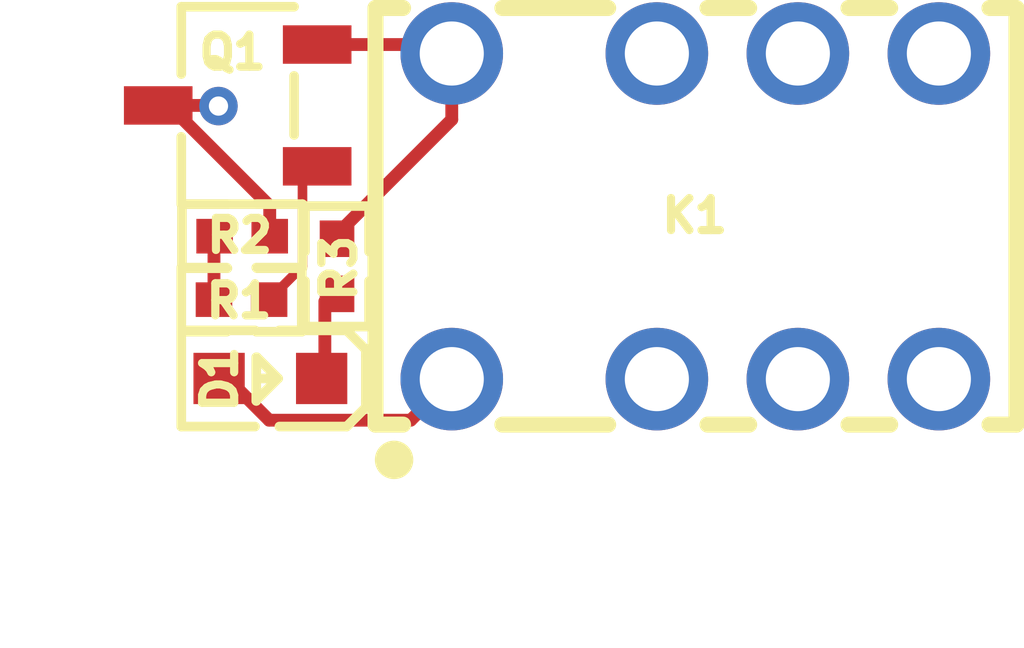
<source format=kicad_pcb>
(kicad_pcb (version 20241229) (generator "pcbnew") (generator_version "9.0")
  (layers (0 "F.Cu" signal) (2 "B.Cu" signal) (13 "F.Paste" user) (15 "B.Paste" user) (5 "F.SilkS" user "F.Silkscreen") (7 "B.SilkS" user "B.Silkscreen") (1 "F.Mask" user) (3 "B.Mask" user) (25 "Edge.Cuts" user))
  (net 0 "")
  (net 1 "line")
  (net 2 "gate")
  (net 3 "hv")
  (net 4 "gnd")
  (net 5 "cathode")
  (net 6 "relay.footprint.pins[1].net-net")
  (net 7 "gnd-1")
  (net 8 "gnd-2")
  (net 9 "hv-1")
  (net 10 "gnd-3")
  (net 11 "relay.footprint.pins[6].net-net")
  (net 12 "hv-2")
  (footprint "atopile:LED0603-RD-c81ffb" (layer "F.Cu") (at 147.15 96.41 180)
    (property "Reference" "D1" (at 0.79 -0.01 90) (layer "F.SilkS") (hide no) (effects (font (size 0.5 0.5))))
    (property "Value" "")
    (fp_line (start 1.39 -0.75) (end 1.39 0.73) (stroke (width 0.15)) (layer "F.SilkS"))
    (fp_line (start 0.24 0.75) (end 1.39 0.75) (stroke (width 0.15)) (layer "F.SilkS"))
    (fp_line (start 0.24 -0.75) (end 1.39 -0.75) (stroke (width 0.15)) (layer "F.SilkS"))
    (fp_line (start 0.22 0.33) (end 0.21 0.33) (stroke (width 0.15)) (layer "F.SilkS"))
    (fp_line (start 0.22 0) (end -0.12 0) (stroke (width 0.15)) (layer "F.SilkS"))
    (fp_line (start 0.22 -0.34) (end -0.12 0) (stroke (width 0.15)) (layer "F.SilkS"))
    (fp_line (start 0.22 -0.35) (end 0.22 0.33) (stroke (width 0.15)) (layer "F.SilkS"))
    (fp_line (start 0.22 -0.35) (end 0.22 -0.34) (stroke (width 0.15)) (layer "F.SilkS"))
    (fp_line (start 0.21 0.33) (end -0.12 0) (stroke (width 0.15)) (layer "F.SilkS"))
    (fp_line (start -0.14 0.75) (end -1.19 0.75) (stroke (width 0.15)) (layer "F.SilkS"))
    (fp_line (start -0.14 -0.75) (end -1.19 -0.75) (stroke (width 0.15)) (layer "F.SilkS"))
    (fp_line (start -1.49 0.45) (end -1.19 0.75) (stroke (width 0.15)) (layer "F.SilkS"))
    (fp_line (start -1.49 0.35) (end -1.49 0.45) (stroke (width 0.15)) (layer "F.SilkS"))
    (fp_line (start -1.49 -0.35) (end -1.49 0.35) (stroke (width 0.15)) (layer "F.SilkS"))
    (fp_line (start -1.49 -0.35) (end -1.49 -0.45) (stroke (width 0.15)) (layer "F.SilkS"))
    (fp_line (start -1.49 -0.45) (end -1.19 -0.75) (stroke (width 0.15)) (layer "F.SilkS"))
    (fp_text user "${REFERENCE}" (at 0.79 -0.01 90) (layer "F.SilkS") (effects (font (size 0.5 0.5))))
    (pad "1" smd rect (at -0.8 0 270) (size 0.8 0.8) (layers "F.Cu" "F.Mask" "F.Paste") (net 5 "cathode"))
    (pad "2" smd rect (at 0.8 0 270) (size 0.8 0.8) (layers "F.Cu" "F.Mask" "F.Paste") (net 9 "hv-1"))
  )
  (footprint "atopile:SOT-23-3_L2.9-W1.6-P1.90-LS2.8-BR-186170" (layer "F.Cu") (at 146.64 92.15 0)
    (property "Reference" "Q1" (at -0.08 -0.83 0) (layer "F.SilkS") (hide no) (effects (font (size 0.5 0.5))))
    (property "Value" "")
    (fp_line (start -0.88 -1.54) (end -0.88 -0.49) (stroke (width 0.15)) (layer "F.SilkS"))
    (fp_line (start -0.88 1.54) (end -0.88 0.49) (stroke (width 0.15)) (layer "F.SilkS"))
    (fp_line (start 0.88 -1.54) (end -0.88 -1.54) (stroke (width 0.15)) (layer "F.SilkS"))
    (fp_line (start 0.88 -0.46) (end 0.88 0.46) (stroke (width 0.15)) (layer "F.SilkS"))
    (fp_line (start 0.88 1.54) (end -0.88 1.54) (stroke (width 0.15)) (layer "F.SilkS"))
    (fp_text user "${REFERENCE}" (at -0.08 -0.83 0) (layer "F.SilkS") (effects (font (size 0.5 0.5))))
    (pad "1" smd rect (at 1.24 0.95 0) (size 1.07 0.6) (layers "F.Cu" "F.Mask" "F.Paste") (net 2 "gate"))
    (pad "2" smd rect (at 1.24 -0.95 0) (size 1.07 0.6) (layers "F.Cu" "F.Mask" "F.Paste") (net 4 "gnd"))
    (pad "3" smd rect (at -1.24 0 0) (size 1.07 0.6) (layers "F.Cu" "F.Mask" "F.Paste") (net 8 "gnd-2"))
  )
  (footprint "atopile:RELAY-TH_HFDXXX-689a1e" (layer "F.Cu") (at 153.78 93.88 0)
    (property "Reference" "K1" (at -0.01 -0.01 0) (layer "F.SilkS") (hide no) (effects (font (size 0.5 0.5))))
    (property "Value" "")
    (fp_line (start -4.99 3.25) (end -4.99 -3.25) (stroke (width 0.25)) (layer "F.SilkS"))
    (fp_line (start -4.56 -3.25) (end -4.99 -3.25) (stroke (width 0.25)) (layer "F.SilkS"))
    (fp_line (start -4.56 3.25) (end -4.99 3.25) (stroke (width 0.25)) (layer "F.SilkS"))
    (fp_line (start -1.36 -3.25) (end -3.01 -3.25) (stroke (width 0.25)) (layer "F.SilkS"))
    (fp_line (start -1.36 3.25) (end -3.01 3.25) (stroke (width 0.25)) (layer "F.SilkS"))
    (fp_line (start 0.84 -3.25) (end 0.19 -3.25) (stroke (width 0.25)) (layer "F.SilkS"))
    (fp_line (start 0.84 3.25) (end 0.19 3.25) (stroke (width 0.25)) (layer "F.SilkS"))
    (fp_line (start 3.04 -3.25) (end 2.39 -3.25) (stroke (width 0.25)) (layer "F.SilkS"))
    (fp_line (start 3.04 3.25) (end 2.39 3.25) (stroke (width 0.25)) (layer "F.SilkS"))
    (fp_line (start 5.01 -3.25) (end 4.59 -3.25) (stroke (width 0.25)) (layer "F.SilkS"))
    (fp_line (start 5.01 -3.25) (end 5.01 3.25) (stroke (width 0.25)) (layer "F.SilkS"))
    (fp_line (start 5.01 3.25) (end 4.59 3.25) (stroke (width 0.25)) (layer "F.SilkS"))
    (fp_circle (center -4.7 3.8) (end -4.55 3.8) (stroke (width 0.3)) (fill no) (layer "F.SilkS"))
    (fp_text user "${REFERENCE}" (at -0.01 -0.01 0) (layer "F.SilkS") (effects (font (size 0.5 0.5))))
    (pad "1" thru_hole circle (at -3.8 2.54 0) (size 1.6 1.6) (drill 0.999998) (layers "*.Cu" "*.Mask") (net 9 "hv-1"))
    (pad "2" thru_hole circle (at -0.6 2.54 0) (size 1.6 1.6) (drill 0.999998) (layers "*.Cu" "*.Mask") (net 6 "relay.footprint.pins[1].net-net"))
    (pad "3" thru_hole circle (at 1.6 2.54 0) (size 1.6 1.6) (drill 0.999998) (layers "*.Cu" "*.Mask") (net 10 "gnd-3"))
    (pad "4" thru_hole circle (at 3.8 2.54 0) (size 1.6 1.6) (drill 0.999998) (layers "*.Cu" "*.Mask") (net 7 "gnd-1"))
    (pad "5" thru_hole circle (at 3.8 -2.54 0) (size 1.6 1.6) (drill 0.999998) (layers "*.Cu" "*.Mask") (net 12 "hv-2"))
    (pad "6" thru_hole circle (at 1.6 -2.54 0) (size 1.6 1.6) (drill 0.999998) (layers "*.Cu" "*.Mask") (net 3 "hv"))
    (pad "7" thru_hole circle (at -0.6 -2.54 0) (size 1.6 1.6) (drill 0.999998) (layers "*.Cu" "*.Mask") (net 11 "relay.footprint.pins[6].net-net"))
    (pad "8" thru_hole circle (at -3.8 -2.54 0) (size 1.6 1.6) (drill 0.999998) (layers "*.Cu" "*.Mask") (net 4 "gnd"))
  )
  (footprint "atopile:R0402-56259e" (layer "F.Cu") (at 146.71 94.19 0)
    (property "Reference" "R2" (at -0.04 -0.01 0) (layer "F.SilkS") (hide no) (effects (font (size 0.5 0.5))))
    (property "Value" "1kΩ ±1% 62.5mW")
    (fp_line (start -0.94 -0.5) (end -0.23 -0.5) (stroke (width 0.15)) (layer "F.SilkS"))
    (fp_line (start -0.94 0.5) (end -0.94 -0.5) (stroke (width 0.15)) (layer "F.SilkS"))
    (fp_line (start -0.23 0.5) (end -0.94 0.5) (stroke (width 0.15)) (layer "F.SilkS"))
    (fp_line (start 0.23 0.5) (end 0.94 0.5) (stroke (width 0.15)) (layer "F.SilkS"))
    (fp_line (start 0.94 -0.5) (end 0.23 -0.5) (stroke (width 0.15)) (layer "F.SilkS"))
    (fp_line (start 0.94 0.5) (end 0.94 -0.5) (stroke (width 0.15)) (layer "F.SilkS"))
    (fp_text user "${REFERENCE}" (at -0.04 -0.01 0) (layer "F.SilkS") (effects (font (size 0.5 0.5))))
    (pad "1" smd rect (at -0.43 0 0) (size 0.57 0.54) (layers "F.Cu" "F.Mask" "F.Paste") (net 1 "line"))
    (pad "2" smd rect (at 0.43 0 0) (size 0.57 0.54) (layers "F.Cu" "F.Mask" "F.Paste") (net 8 "gnd-2"))
  )
  (footprint "atopile:R0402-56259e" (layer "F.Cu") (at 148.19 94.66 90)
    (property "Reference" "R3" (at -0.03 0.03 90) (layer "F.SilkS") (hide no) (effects (font (size 0.5 0.5))))
    (property "Value" "2kΩ ±1% 62.5mW")
    (fp_line (start 0.94 -0.5) (end 0.23 -0.5) (stroke (width 0.15)) (layer "F.SilkS"))
    (fp_line (start -0.94 -0.5) (end -0.23 -0.5) (stroke (width 0.15)) (layer "F.SilkS"))
    (fp_line (start 0.94 0.5) (end 0.94 -0.5) (stroke (width 0.15)) (layer "F.SilkS"))
    (fp_line (start 0.23 0.5) (end 0.94 0.5) (stroke (width 0.15)) (layer "F.SilkS"))
    (fp_line (start -0.23 0.5) (end -0.94 0.5) (stroke (width 0.15)) (layer "F.SilkS"))
    (fp_line (start -0.94 0.5) (end -0.94 -0.5) (stroke (width 0.15)) (layer "F.SilkS"))
    (fp_text user "${REFERENCE}" (at -0.03 0.03 90) (layer "F.SilkS") (effects (font (size 0.5 0.5))))
    (pad "1" smd rect (at -0.43 0 90) (size 0.57 0.54) (layers "F.Cu" "F.Mask" "F.Paste") (net 5 "cathode"))
    (pad "2" smd rect (at 0.43 0 90) (size 0.57 0.54) (layers "F.Cu" "F.Mask" "F.Paste") (net 4 "gnd"))
  )
  (footprint "atopile:R0402-56259e" (layer "F.Cu") (at 146.7 95.18 0)
    (property "Reference" "R1" (at -0.04 0.02 0) (layer "F.SilkS") (hide no) (effects (font (size 0.5 0.5))))
    (property "Value" "10kΩ ±1% 62.5mW")
    (fp_line (start -0.94 -0.5) (end -0.23 -0.5) (stroke (width 0.15)) (layer "F.SilkS"))
    (fp_line (start -0.94 0.5) (end -0.94 -0.5) (stroke (width 0.15)) (layer "F.SilkS"))
    (fp_line (start -0.23 0.5) (end -0.94 0.5) (stroke (width 0.15)) (layer "F.SilkS"))
    (fp_line (start 0.23 0.5) (end 0.94 0.5) (stroke (width 0.15)) (layer "F.SilkS"))
    (fp_line (start 0.94 -0.5) (end 0.23 -0.5) (stroke (width 0.15)) (layer "F.SilkS"))
    (fp_line (start 0.94 0.5) (end 0.94 -0.5) (stroke (width 0.15)) (layer "F.SilkS"))
    (fp_text user "${REFERENCE}" (at -0.04 0.02 0) (layer "F.SilkS") (effects (font (size 0.5 0.5))))
    (pad "1" smd rect (at -0.43 0 0) (size 0.57 0.54) (layers "F.Cu" "F.Mask" "F.Paste") (net 1 "line"))
    (pad "2" smd rect (at 0.43 0 0) (size 0.57 0.54) (layers "F.Cu" "F.Mask" "F.Paste") (net 2 "gate"))
  )
  (via (at 146.34 92.16) (size 0.6) (drill 0.3) (layers "F.Cu" "B.Cu") (net 8))
  (segment (start 146.23 95.22) (end 146.27 95.18) (width 0.2) (net 1) (layer "F.Cu"))
  (segment (start 146.27 94.2) (end 146.28 94.19) (width 0.2) (net 1) (layer "F.Cu"))
  (segment (start 146.27 95.18) (end 146.27 94.2) (width 0.2) (net 1) (layer "F.Cu"))
  (segment (start 147.651 93.329) (end 147.88 93.1) (width 0.15) (net 2) (layer "F.Cu"))
  (segment (start 147.651 94.659) (end 147.651 93.329) (width 0.15) (net 2) (layer "F.Cu"))
  (segment (start 147.71 93.1) (end 147.9 93.1) (width 0.2) (net 2) (layer "F.Cu"))
  (segment (start 147.13 95.18) (end 147.651 94.659) (width 0.15) (net 2) (layer "F.Cu"))
  (segment (start 149.84 91.2) (end 149.98 91.34) (width 0.2) (net 4) (layer "F.Cu"))
  (segment (start 149.98 92.37) (end 149.98 91.34) (width 0.2) (net 4) (layer "F.Cu"))
  (segment (start 147.9 91.2) (end 149.84 91.2) (width 0.2) (net 4) (layer "F.Cu"))
  (segment (start 148.07 94.28) (end 149.98 92.37) (width 0.2) (net 4) (layer "F.Cu"))
  (segment (start 148 96.43) (end 148 95.21) (width 0.2) (net 5) (layer "F.Cu"))
  (segment (start 148 95.21) (end 148.07 95.14) (width 0.2) (net 5) (layer "F.Cu"))
  (segment (start 145.57 92.15) (end 145.4 92.15) (width 0.2) (net 8) (layer "F.Cu"))
  (segment (start 145.42 92.15) (end 146.33 92.15) (width 0.2) (net 8) (layer "F.Cu"))
  (segment (start 146.33 92.15) (end 146.34 92.16) (width 0.2) (net 8) (layer "F.Cu"))
  (segment (start 147.14 93.72) (end 145.57 92.15) (width 0.2) (net 8) (layer "F.Cu"))
  (segment (start 147.14 94.19) (end 147.14 93.72) (width 0.2) (net 8) (layer "F.Cu"))
  (segment (start 146.5 96.43) (end 147.131 97.061) (width 0.2) (net 9) (layer "F.Cu"))
  (segment (start 149.339 97.061) (end 149.98 96.42) (width 0.2) (net 9) (layer "F.Cu"))
  (segment (start 146.4 96.43) (end 146.5 96.43) (width 0.2) (net 9) (layer "F.Cu"))
  (segment (start 147.131 97.061) (end 149.339 97.061) (width 0.2) (net 9) (layer "F.Cu"))
)
</source>
